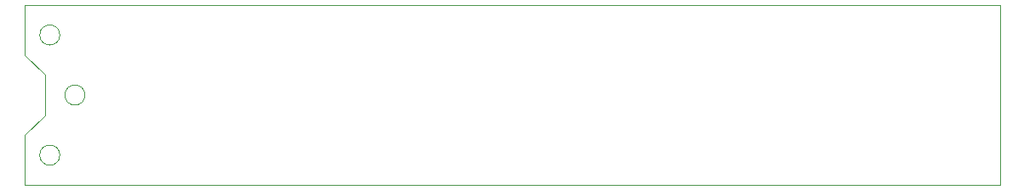
<source format=gbr>
%TF.GenerationSoftware,KiCad,Pcbnew,8.0.4*%
%TF.CreationDate,2024-09-05T15:58:05-04:00*%
%TF.ProjectId,paddle_1,70616464-6c65-45f3-912e-6b696361645f,rev?*%
%TF.SameCoordinates,Original*%
%TF.FileFunction,Profile,NP*%
%FSLAX46Y46*%
G04 Gerber Fmt 4.6, Leading zero omitted, Abs format (unit mm)*
G04 Created by KiCad (PCBNEW 8.0.4) date 2024-09-05 15:58:05*
%MOMM*%
%LPD*%
G01*
G04 APERTURE LIST*
%TA.AperFunction,Profile*%
%ADD10C,0.050000*%
%TD*%
G04 APERTURE END LIST*
D10*
X91000000Y-101000000D02*
X91000000Y-96000000D01*
X97000000Y-92000000D02*
G75*
G02*
X95000000Y-92000000I-1000000J0D01*
G01*
X95000000Y-92000000D02*
G75*
G02*
X97000000Y-92000000I1000000J0D01*
G01*
X93000000Y-94000000D02*
X93000000Y-90000000D01*
X94500000Y-86000000D02*
G75*
G02*
X92500000Y-86000000I-1000000J0D01*
G01*
X92500000Y-86000000D02*
G75*
G02*
X94500000Y-86000000I1000000J0D01*
G01*
X91000000Y-96000000D02*
X93000000Y-94000000D01*
X188000000Y-83000000D02*
X188000000Y-101000000D01*
X91000000Y-88000000D02*
X91000000Y-83000000D01*
X94500000Y-98000000D02*
G75*
G02*
X92500000Y-98000000I-1000000J0D01*
G01*
X92500000Y-98000000D02*
G75*
G02*
X94500000Y-98000000I1000000J0D01*
G01*
X188000000Y-101000000D02*
X91000000Y-101000000D01*
X93000000Y-90000000D02*
X91000000Y-88000000D01*
X91000000Y-83000000D02*
X188000000Y-83000000D01*
M02*

</source>
